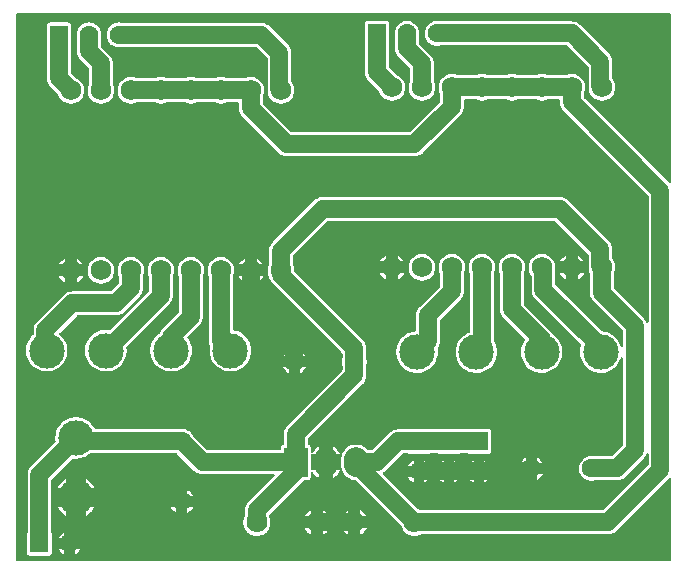
<source format=gtl>
G04 Layer: TopLayer*
G04 EasyEDA v6.4.19.4, 2021-04-26T19:44:21+05:30*
G04 545d4b8ce55c4096bfffc31d6a5384ca,10*
G04 Gerber Generator version 0.2*
G04 Scale: 100 percent, Rotated: No, Reflected: No *
G04 Dimensions in millimeters *
G04 leading zeros omitted , absolute positions ,4 integer and 5 decimal *
%FSLAX45Y45*%
%MOMM*%

%ADD11C,1.5000*%
%ADD12C,1.6000*%
%ADD13R,1.5748X1.5748*%
%ADD14C,1.5748*%
%ADD15C,3.0000*%
%ADD16C,1.7780*%
%ADD18C,1.7500*%
%ADD19C,2.0000*%

%LPD*%
G36*
X132588Y2451354D02*
G01*
X128676Y2452116D01*
X125425Y2454351D01*
X123189Y2457602D01*
X122428Y2461514D01*
X122428Y7080250D01*
X123189Y7084161D01*
X125425Y7087412D01*
X128676Y7089648D01*
X132588Y7090409D01*
X5653786Y7090409D01*
X5657697Y7089648D01*
X5660948Y7087412D01*
X5663184Y7084161D01*
X5663946Y7080250D01*
X5663946Y5666232D01*
X5663133Y5662218D01*
X5660847Y5658916D01*
X5657443Y5656732D01*
X5653430Y5656072D01*
X5649518Y5656986D01*
X5646267Y5659374D01*
X4929632Y6376009D01*
X4927447Y6379311D01*
X4926634Y6383223D01*
X4926634Y6410604D01*
X4927498Y6414719D01*
X4932172Y6425234D01*
X4936286Y6439103D01*
X4938623Y6453428D01*
X4939080Y6467906D01*
X4937658Y6482334D01*
X4934458Y6496507D01*
X4929428Y6510070D01*
X4922723Y6522923D01*
X4914442Y6534861D01*
X4904689Y6545580D01*
X4893665Y6554978D01*
X4881524Y6562852D01*
X4868468Y6569151D01*
X4854702Y6573723D01*
X4840478Y6576517D01*
X4826000Y6577431D01*
X4811522Y6576517D01*
X4797298Y6573723D01*
X4783531Y6569151D01*
X4776876Y6565950D01*
X4772456Y6564934D01*
X4625543Y6564934D01*
X4621123Y6565950D01*
X4614468Y6569151D01*
X4600702Y6573723D01*
X4586478Y6576517D01*
X4572000Y6577431D01*
X4557522Y6576517D01*
X4543298Y6573723D01*
X4529531Y6569151D01*
X4522876Y6565950D01*
X4518456Y6564934D01*
X4371543Y6564934D01*
X4367123Y6565950D01*
X4360468Y6569151D01*
X4346702Y6573723D01*
X4332478Y6576517D01*
X4318000Y6577431D01*
X4303522Y6576517D01*
X4289298Y6573723D01*
X4275531Y6569151D01*
X4268876Y6565950D01*
X4264456Y6564934D01*
X4117543Y6564934D01*
X4113123Y6565950D01*
X4106468Y6569151D01*
X4092701Y6573723D01*
X4078478Y6576517D01*
X4064000Y6577431D01*
X4049522Y6576517D01*
X4035298Y6573723D01*
X4021531Y6569151D01*
X4014876Y6565950D01*
X4010456Y6564934D01*
X3863543Y6564934D01*
X3859123Y6565950D01*
X3852468Y6569151D01*
X3838701Y6573723D01*
X3824478Y6576517D01*
X3810000Y6577431D01*
X3795522Y6576517D01*
X3781298Y6573723D01*
X3767531Y6569151D01*
X3754475Y6562852D01*
X3742334Y6554978D01*
X3731310Y6545580D01*
X3721557Y6534861D01*
X3713276Y6522923D01*
X3706571Y6510070D01*
X3701542Y6496507D01*
X3698341Y6482334D01*
X3696919Y6467906D01*
X3697376Y6453428D01*
X3699713Y6439103D01*
X3703828Y6425234D01*
X3708501Y6414719D01*
X3709365Y6410604D01*
X3709365Y6345123D01*
X3708552Y6341211D01*
X3706368Y6337909D01*
X3453790Y6085332D01*
X3450488Y6083147D01*
X3446576Y6082334D01*
X2458923Y6082334D01*
X2455011Y6083147D01*
X2451709Y6085332D01*
X2211832Y6325209D01*
X2209647Y6328511D01*
X2208834Y6332423D01*
X2208834Y6385204D01*
X2209698Y6389319D01*
X2214372Y6399834D01*
X2218486Y6413703D01*
X2220823Y6428028D01*
X2221280Y6442506D01*
X2219858Y6456934D01*
X2216658Y6471107D01*
X2211628Y6484670D01*
X2204923Y6497523D01*
X2196642Y6509461D01*
X2186889Y6520180D01*
X2175865Y6529578D01*
X2163724Y6537452D01*
X2150668Y6543751D01*
X2136902Y6548323D01*
X2122678Y6551117D01*
X2108200Y6552031D01*
X2093722Y6551117D01*
X2079498Y6548323D01*
X2065731Y6543751D01*
X2059076Y6540550D01*
X2054656Y6539534D01*
X1907743Y6539534D01*
X1903323Y6540550D01*
X1896668Y6543751D01*
X1882902Y6548323D01*
X1868678Y6551117D01*
X1854200Y6552031D01*
X1839722Y6551117D01*
X1825498Y6548323D01*
X1811731Y6543751D01*
X1805076Y6540550D01*
X1800656Y6539534D01*
X1653743Y6539534D01*
X1649323Y6540550D01*
X1642668Y6543751D01*
X1628901Y6548323D01*
X1614678Y6551117D01*
X1600200Y6552031D01*
X1585722Y6551117D01*
X1571498Y6548323D01*
X1557731Y6543751D01*
X1551076Y6540550D01*
X1546656Y6539534D01*
X1399743Y6539534D01*
X1395323Y6540550D01*
X1388668Y6543751D01*
X1374902Y6548323D01*
X1360678Y6551117D01*
X1346200Y6552031D01*
X1331722Y6551117D01*
X1317498Y6548323D01*
X1303731Y6543751D01*
X1297076Y6540550D01*
X1292656Y6539534D01*
X1145743Y6539534D01*
X1141323Y6540550D01*
X1134668Y6543751D01*
X1120902Y6548323D01*
X1106678Y6551117D01*
X1092200Y6552031D01*
X1077722Y6551117D01*
X1063498Y6548323D01*
X1049731Y6543751D01*
X1036675Y6537452D01*
X1024534Y6529578D01*
X1013510Y6520180D01*
X1003757Y6509461D01*
X995476Y6497523D01*
X988771Y6484670D01*
X983742Y6471107D01*
X980541Y6456934D01*
X979119Y6442506D01*
X979576Y6428028D01*
X981913Y6413703D01*
X986028Y6399834D01*
X991920Y6386576D01*
X999388Y6374180D01*
X1008430Y6362852D01*
X1018844Y6352743D01*
X1030478Y6344107D01*
X1043127Y6336995D01*
X1056538Y6331508D01*
X1070559Y6327851D01*
X1084935Y6326022D01*
X1099464Y6326022D01*
X1113840Y6327851D01*
X1127810Y6331508D01*
X1142339Y6337503D01*
X1146200Y6338265D01*
X1292199Y6338265D01*
X1296060Y6337503D01*
X1310589Y6331508D01*
X1324559Y6327851D01*
X1338935Y6326022D01*
X1353464Y6326022D01*
X1367840Y6327851D01*
X1381810Y6331508D01*
X1396339Y6337503D01*
X1400200Y6338265D01*
X1546199Y6338265D01*
X1550060Y6337503D01*
X1564589Y6331508D01*
X1578559Y6327851D01*
X1592935Y6326022D01*
X1607464Y6326022D01*
X1621840Y6327851D01*
X1635810Y6331508D01*
X1650339Y6337503D01*
X1654200Y6338265D01*
X1800199Y6338265D01*
X1804060Y6337503D01*
X1818589Y6331508D01*
X1832559Y6327851D01*
X1846935Y6326022D01*
X1861464Y6326022D01*
X1875840Y6327851D01*
X1889810Y6331508D01*
X1904339Y6337503D01*
X1908200Y6338265D01*
X1997405Y6338265D01*
X2001266Y6337452D01*
X2004568Y6335268D01*
X2006752Y6331966D01*
X2007565Y6328105D01*
X2007565Y6286855D01*
X2008428Y6273342D01*
X2011019Y6260439D01*
X2015236Y6247993D01*
X2021027Y6236208D01*
X2028342Y6225235D01*
X2037283Y6215075D01*
X2341575Y5910783D01*
X2351735Y5901842D01*
X2362708Y5894527D01*
X2374493Y5888736D01*
X2386939Y5884519D01*
X2399842Y5881928D01*
X2413355Y5881065D01*
X3492144Y5881065D01*
X3505657Y5881928D01*
X3518560Y5884519D01*
X3531006Y5888736D01*
X3542792Y5894527D01*
X3553764Y5901842D01*
X3563924Y5910783D01*
X3880916Y6227775D01*
X3889857Y6237935D01*
X3897172Y6248908D01*
X3902964Y6260693D01*
X3907180Y6273139D01*
X3909771Y6286042D01*
X3910634Y6299555D01*
X3910634Y6353505D01*
X3911447Y6357366D01*
X3913632Y6360668D01*
X3916934Y6362852D01*
X3920794Y6363665D01*
X4009999Y6363665D01*
X4013860Y6362903D01*
X4028389Y6356908D01*
X4042359Y6353251D01*
X4056735Y6351422D01*
X4071264Y6351422D01*
X4085640Y6353251D01*
X4099610Y6356908D01*
X4114139Y6362903D01*
X4118000Y6363665D01*
X4263999Y6363665D01*
X4267860Y6362903D01*
X4282389Y6356908D01*
X4296359Y6353251D01*
X4310735Y6351422D01*
X4325264Y6351422D01*
X4339640Y6353251D01*
X4353610Y6356908D01*
X4368139Y6362903D01*
X4372000Y6363665D01*
X4517999Y6363665D01*
X4521860Y6362903D01*
X4536389Y6356908D01*
X4550359Y6353251D01*
X4564735Y6351422D01*
X4579264Y6351422D01*
X4593640Y6353251D01*
X4607610Y6356908D01*
X4622139Y6362903D01*
X4626000Y6363665D01*
X4715205Y6363665D01*
X4719066Y6362852D01*
X4722368Y6360668D01*
X4724552Y6357366D01*
X4725365Y6353505D01*
X4725365Y6337655D01*
X4726228Y6324142D01*
X4728819Y6311239D01*
X4733036Y6298793D01*
X4738827Y6287008D01*
X4746142Y6276035D01*
X4755083Y6265875D01*
X5471668Y5549290D01*
X5473852Y5545988D01*
X5474665Y5542076D01*
X5474665Y4479442D01*
X5473852Y4475480D01*
X5471515Y4472127D01*
X5468112Y4469942D01*
X5464098Y4469282D01*
X5460187Y4470247D01*
X5456885Y4472635D01*
X5454853Y4476140D01*
X5452364Y4483506D01*
X5446572Y4495292D01*
X5439257Y4506264D01*
X5430316Y4516424D01*
X5183632Y4763109D01*
X5181447Y4766411D01*
X5180634Y4770323D01*
X5180634Y4886604D01*
X5181498Y4890719D01*
X5186172Y4901234D01*
X5190286Y4915103D01*
X5192623Y4929428D01*
X5193080Y4943906D01*
X5191658Y4958334D01*
X5188458Y4972507D01*
X5183428Y4986070D01*
X5176723Y4998923D01*
X5169763Y5008930D01*
X5168442Y5011674D01*
X5167934Y5014722D01*
X5167934Y5092344D01*
X5167071Y5105857D01*
X5164480Y5118760D01*
X5160264Y5131206D01*
X5154472Y5142992D01*
X5147157Y5153964D01*
X5138216Y5164124D01*
X4795824Y5506516D01*
X4785664Y5515457D01*
X4774692Y5522772D01*
X4762906Y5528564D01*
X4750460Y5532780D01*
X4737557Y5535371D01*
X4724044Y5536234D01*
X2718155Y5536234D01*
X2704642Y5535371D01*
X2691739Y5532780D01*
X2679293Y5528564D01*
X2667508Y5522772D01*
X2656535Y5515457D01*
X2646375Y5506516D01*
X2291283Y5151424D01*
X2282342Y5141264D01*
X2275027Y5130292D01*
X2269236Y5118506D01*
X2265019Y5106060D01*
X2262428Y5093157D01*
X2261565Y5079644D01*
X2261565Y4968544D01*
X2261260Y4966106D01*
X2258771Y4960670D01*
X2253742Y4947107D01*
X2250541Y4932934D01*
X2249119Y4918506D01*
X2249576Y4904028D01*
X2251913Y4889703D01*
X2256028Y4875834D01*
X2262073Y4862271D01*
X2263343Y4858969D01*
X2265019Y4850739D01*
X2269236Y4838293D01*
X2275027Y4826508D01*
X2282342Y4815535D01*
X2291283Y4805375D01*
X2880868Y4215790D01*
X2883052Y4212488D01*
X2883865Y4208576D01*
X2883865Y4173270D01*
X2883306Y4170019D01*
X2882442Y4167530D01*
X2879750Y4153966D01*
X2878886Y4140200D01*
X2879750Y4126433D01*
X2882442Y4112869D01*
X2883306Y4110380D01*
X2883865Y4107129D01*
X2883865Y4071823D01*
X2883052Y4067911D01*
X2880868Y4064609D01*
X2418283Y3602024D01*
X2409342Y3591864D01*
X2402027Y3580892D01*
X2396236Y3569106D01*
X2392019Y3556660D01*
X2389428Y3543757D01*
X2388565Y3530244D01*
X2388565Y3448202D01*
X2387701Y3444138D01*
X2385314Y3440785D01*
X2381758Y3438651D01*
X2378100Y3437331D01*
X2373223Y3434283D01*
X2369210Y3430270D01*
X2366162Y3425393D01*
X2364232Y3420008D01*
X2363571Y3413709D01*
X2363571Y3400094D01*
X2362758Y3396234D01*
X2360574Y3392932D01*
X2357272Y3390747D01*
X2353411Y3389934D01*
X1747723Y3389934D01*
X1743811Y3390747D01*
X1740509Y3392932D01*
X1618538Y3514902D01*
X1616659Y3517595D01*
X1615490Y3519932D01*
X1607820Y3531412D01*
X1598676Y3541776D01*
X1588312Y3550920D01*
X1576832Y3558590D01*
X1564436Y3564686D01*
X1551330Y3569157D01*
X1537766Y3571849D01*
X1524000Y3572713D01*
X1510233Y3571849D01*
X1496669Y3569157D01*
X1494180Y3568293D01*
X1490929Y3567734D01*
X794258Y3567734D01*
X790651Y3568395D01*
X787552Y3570274D01*
X785266Y3573119D01*
X778560Y3585718D01*
X768502Y3600704D01*
X756920Y3614572D01*
X743966Y3627221D01*
X729792Y3638448D01*
X714502Y3648151D01*
X698347Y3656228D01*
X681431Y3662629D01*
X663905Y3667201D01*
X646074Y3669995D01*
X627989Y3670909D01*
X609955Y3669995D01*
X592074Y3667201D01*
X574598Y3662629D01*
X557682Y3656228D01*
X541477Y3648151D01*
X526237Y3638448D01*
X512064Y3627221D01*
X499109Y3614572D01*
X487527Y3600704D01*
X477418Y3585718D01*
X468934Y3569766D01*
X462127Y3553002D01*
X457047Y3535629D01*
X453796Y3517849D01*
X452424Y3499815D01*
X452882Y3481730D01*
X454456Y3469690D01*
X454355Y3466592D01*
X453390Y3463696D01*
X451561Y3461207D01*
X246583Y3256229D01*
X237642Y3246069D01*
X230327Y3235096D01*
X224536Y3223310D01*
X220319Y3210864D01*
X217728Y3197961D01*
X216865Y3184448D01*
X216865Y2698089D01*
X216255Y2694635D01*
X213817Y2687878D01*
X213106Y2681681D01*
X213106Y2525318D01*
X213817Y2519070D01*
X215696Y2513634D01*
X218744Y2508808D01*
X222808Y2504744D01*
X227634Y2501696D01*
X233070Y2499817D01*
X239318Y2499106D01*
X395681Y2499106D01*
X401929Y2499817D01*
X407365Y2501696D01*
X412191Y2504744D01*
X416255Y2508808D01*
X419303Y2513634D01*
X421182Y2519070D01*
X421893Y2525318D01*
X421893Y2681681D01*
X421182Y2687878D01*
X418744Y2694635D01*
X418134Y2698089D01*
X418134Y3138881D01*
X418947Y3142792D01*
X421132Y3146094D01*
X593750Y3318713D01*
X597560Y3321100D01*
X601980Y3321659D01*
X618947Y3319881D01*
X637032Y3319881D01*
X655015Y3321761D01*
X672744Y3325418D01*
X689965Y3330956D01*
X706526Y3338169D01*
X722274Y3347110D01*
X737006Y3357575D01*
X744220Y3363925D01*
X747369Y3365804D01*
X750925Y3366465D01*
X1478076Y3366465D01*
X1481988Y3365652D01*
X1485290Y3363468D01*
X1630375Y3218383D01*
X1640535Y3209442D01*
X1651507Y3202127D01*
X1663293Y3196336D01*
X1675739Y3192119D01*
X1688642Y3189528D01*
X1702155Y3188665D01*
X2297887Y3188665D01*
X2301748Y3187852D01*
X2305050Y3185668D01*
X2307234Y3182366D01*
X2308047Y3178505D01*
X2307234Y3174593D01*
X2305050Y3171291D01*
X2088083Y2954324D01*
X2079142Y2944164D01*
X2071827Y2933192D01*
X2066036Y2921406D01*
X2061819Y2908960D01*
X2059228Y2896057D01*
X2058365Y2882544D01*
X2058365Y2838145D01*
X2057400Y2833827D01*
X2052523Y2823464D01*
X2048052Y2809798D01*
X2045360Y2795676D01*
X2044446Y2781300D01*
X2045360Y2766923D01*
X2048052Y2752801D01*
X2052523Y2739136D01*
X2058619Y2726131D01*
X2066340Y2713990D01*
X2075484Y2702915D01*
X2086000Y2693060D01*
X2097633Y2684576D01*
X2110232Y2677668D01*
X2123592Y2672384D01*
X2137562Y2668778D01*
X2151786Y2667000D01*
X2166213Y2667000D01*
X2180437Y2668778D01*
X2194407Y2672384D01*
X2207768Y2677668D01*
X2220366Y2684576D01*
X2231999Y2693060D01*
X2242515Y2702915D01*
X2251659Y2713990D01*
X2259380Y2726131D01*
X2265476Y2739136D01*
X2269947Y2752801D01*
X2272639Y2766923D01*
X2273554Y2781300D01*
X2272639Y2795676D01*
X2269947Y2809798D01*
X2265476Y2823464D01*
X2261006Y2833014D01*
X2260041Y2837027D01*
X2260752Y2841091D01*
X2262987Y2844546D01*
X2554122Y3135680D01*
X2557424Y3137865D01*
X2561285Y3138627D01*
X2588615Y3138627D01*
X2594914Y3139338D01*
X2600299Y3141268D01*
X2605176Y3144316D01*
X2609189Y3148330D01*
X2612237Y3153206D01*
X2614168Y3158591D01*
X2614879Y3164890D01*
X2614879Y3197758D01*
X2615793Y3202025D01*
X2618435Y3205480D01*
X2622296Y3207562D01*
X2626664Y3207766D01*
X2630678Y3206191D01*
X2633726Y3202990D01*
X2639822Y3192932D01*
X2649169Y3180994D01*
X2659888Y3170275D01*
X2671826Y3160928D01*
X2684830Y3153054D01*
X2686862Y3152140D01*
X2686862Y3220466D01*
X2624988Y3220466D01*
X2621127Y3221228D01*
X2617825Y3223412D01*
X2615641Y3226714D01*
X2614879Y3230626D01*
X2614879Y3347974D01*
X2615641Y3351885D01*
X2617825Y3355187D01*
X2621127Y3357372D01*
X2624988Y3358134D01*
X2686862Y3358134D01*
X2686862Y3426460D01*
X2684830Y3425545D01*
X2671826Y3417671D01*
X2659888Y3408324D01*
X2649169Y3397605D01*
X2639822Y3385667D01*
X2633726Y3375609D01*
X2630678Y3372408D01*
X2626664Y3370834D01*
X2622296Y3371037D01*
X2618435Y3373120D01*
X2615793Y3376574D01*
X2614879Y3380841D01*
X2614879Y3413709D01*
X2614168Y3420008D01*
X2612237Y3425393D01*
X2609189Y3430270D01*
X2605176Y3434283D01*
X2600299Y3437331D01*
X2596642Y3438651D01*
X2593086Y3440785D01*
X2590698Y3444138D01*
X2589834Y3448202D01*
X2589834Y3484676D01*
X2590647Y3488588D01*
X2592832Y3491890D01*
X3055416Y3954475D01*
X3064357Y3964635D01*
X3071672Y3975608D01*
X3077464Y3987393D01*
X3081680Y3999839D01*
X3084271Y4012742D01*
X3085134Y4026255D01*
X3085134Y4107129D01*
X3085693Y4110380D01*
X3086557Y4112869D01*
X3089249Y4126433D01*
X3090113Y4140200D01*
X3089249Y4153966D01*
X3086557Y4167530D01*
X3085693Y4170019D01*
X3085134Y4173270D01*
X3085134Y4254144D01*
X3084271Y4267657D01*
X3081680Y4280560D01*
X3077464Y4293006D01*
X3071672Y4304792D01*
X3064357Y4315764D01*
X3055416Y4325924D01*
X2478024Y4903368D01*
X2475738Y4906772D01*
X2475026Y4910836D01*
X2475280Y4918506D01*
X2473858Y4932934D01*
X2470658Y4947107D01*
X2465628Y4960670D01*
X2463139Y4966106D01*
X2462834Y4968544D01*
X2462834Y5034076D01*
X2463647Y5037988D01*
X2465832Y5041290D01*
X2756509Y5331968D01*
X2759811Y5334152D01*
X2763723Y5334965D01*
X4678476Y5334965D01*
X4682388Y5334152D01*
X4685690Y5331968D01*
X4963668Y5053990D01*
X4965852Y5050688D01*
X4966665Y5046776D01*
X4966665Y4953355D01*
X4967071Y4945176D01*
X4966919Y4943906D01*
X4967376Y4929428D01*
X4969713Y4915103D01*
X4973828Y4901234D01*
X4978501Y4890719D01*
X4979365Y4886604D01*
X4979365Y4724755D01*
X4980228Y4711242D01*
X4982819Y4698339D01*
X4987036Y4685893D01*
X4992827Y4674108D01*
X5000142Y4663135D01*
X5009083Y4652975D01*
X5255768Y4406290D01*
X5257952Y4402988D01*
X5258765Y4399076D01*
X5258765Y4274769D01*
X5257901Y4270806D01*
X5255615Y4267454D01*
X5252110Y4265269D01*
X5248097Y4264660D01*
X5244134Y4265625D01*
X5240883Y4268114D01*
X5238902Y4271721D01*
X5234940Y4284065D01*
X5227726Y4300626D01*
X5218836Y4316374D01*
X5208320Y4331106D01*
X5196382Y4344670D01*
X5183124Y4356963D01*
X5168646Y4367834D01*
X5153152Y4377131D01*
X5136794Y4384802D01*
X5119725Y4390745D01*
X5102098Y4394911D01*
X5083556Y4397248D01*
X5079796Y4398060D01*
X5076647Y4400194D01*
X4688332Y4788509D01*
X4686147Y4791811D01*
X4685334Y4795723D01*
X4685334Y4927244D01*
X4684826Y4936083D01*
X4685080Y4943906D01*
X4683658Y4958334D01*
X4680458Y4972507D01*
X4675428Y4986070D01*
X4668723Y4998923D01*
X4660442Y5010861D01*
X4650689Y5021580D01*
X4639665Y5030978D01*
X4627524Y5038852D01*
X4614468Y5045151D01*
X4600702Y5049723D01*
X4586478Y5052517D01*
X4572000Y5053431D01*
X4557522Y5052517D01*
X4543298Y5049723D01*
X4529531Y5045151D01*
X4516475Y5038852D01*
X4504334Y5030978D01*
X4493310Y5021580D01*
X4483557Y5010861D01*
X4475276Y4998923D01*
X4468571Y4986070D01*
X4463542Y4972507D01*
X4460341Y4958334D01*
X4458919Y4943906D01*
X4459376Y4929428D01*
X4461713Y4915103D01*
X4465828Y4901234D01*
X4471720Y4887976D01*
X4479188Y4875580D01*
X4481830Y4872278D01*
X4483455Y4869332D01*
X4484065Y4865979D01*
X4484065Y4750155D01*
X4484928Y4736642D01*
X4487519Y4723739D01*
X4491736Y4711293D01*
X4497527Y4699508D01*
X4504842Y4688535D01*
X4513783Y4678375D01*
X4902301Y4289856D01*
X4904486Y4286656D01*
X4905298Y4282897D01*
X4904638Y4279087D01*
X4903266Y4275531D01*
X4898694Y4258005D01*
X4895900Y4240174D01*
X4894986Y4222089D01*
X4895900Y4204055D01*
X4898694Y4186174D01*
X4903266Y4168698D01*
X4909667Y4151782D01*
X4917744Y4135577D01*
X4927447Y4120337D01*
X4938674Y4106164D01*
X4951323Y4093210D01*
X4965192Y4081627D01*
X4980178Y4071518D01*
X4996180Y4063034D01*
X5012893Y4056227D01*
X5030266Y4051147D01*
X5048046Y4047896D01*
X5066080Y4046524D01*
X5084165Y4046982D01*
X5102098Y4049318D01*
X5119725Y4053433D01*
X5136794Y4059377D01*
X5153152Y4067048D01*
X5168646Y4076395D01*
X5183124Y4087215D01*
X5196382Y4099509D01*
X5208320Y4113072D01*
X5218836Y4127855D01*
X5227726Y4143552D01*
X5234940Y4160164D01*
X5238902Y4172508D01*
X5240883Y4176064D01*
X5244134Y4178554D01*
X5248097Y4179570D01*
X5252110Y4178909D01*
X5255615Y4176776D01*
X5257901Y4173423D01*
X5258765Y4169410D01*
X5258765Y3436823D01*
X5257952Y3432911D01*
X5255768Y3429609D01*
X5168290Y3342132D01*
X5164988Y3339947D01*
X5161076Y3339134D01*
X5024170Y3339134D01*
X5020919Y3339693D01*
X5018430Y3340557D01*
X5004866Y3343249D01*
X4991100Y3344113D01*
X4977333Y3343249D01*
X4963769Y3340557D01*
X4950663Y3336086D01*
X4938268Y3329990D01*
X4926787Y3322320D01*
X4916424Y3313176D01*
X4907280Y3302812D01*
X4899609Y3291332D01*
X4893513Y3278936D01*
X4889042Y3265830D01*
X4886350Y3252266D01*
X4885486Y3238500D01*
X4886350Y3224733D01*
X4889042Y3211169D01*
X4893513Y3198063D01*
X4899609Y3185668D01*
X4907280Y3174187D01*
X4916424Y3163824D01*
X4926787Y3154680D01*
X4938268Y3147009D01*
X4950663Y3140913D01*
X4963769Y3136442D01*
X4977333Y3133750D01*
X4991100Y3132886D01*
X5004866Y3133750D01*
X5018430Y3136442D01*
X5020919Y3137306D01*
X5024170Y3137865D01*
X5206644Y3137865D01*
X5220157Y3138728D01*
X5233060Y3141319D01*
X5245506Y3145536D01*
X5257292Y3151327D01*
X5268264Y3158642D01*
X5278424Y3167583D01*
X5430316Y3319475D01*
X5439257Y3329635D01*
X5446572Y3340608D01*
X5452364Y3352393D01*
X5454853Y3359759D01*
X5456885Y3363214D01*
X5460187Y3365652D01*
X5464098Y3366617D01*
X5468112Y3365957D01*
X5471515Y3363772D01*
X5473852Y3360420D01*
X5474665Y3356457D01*
X5474665Y3271723D01*
X5473852Y3267811D01*
X5471668Y3264509D01*
X5092090Y2884932D01*
X5088788Y2882747D01*
X5084876Y2881934D01*
X3549294Y2881934D01*
X3546754Y2882290D01*
X3541268Y2884932D01*
X3526739Y2890570D01*
X3523284Y2892856D01*
X3227273Y3188868D01*
X3224885Y3192627D01*
X3224377Y3197047D01*
X3225749Y3201263D01*
X3228848Y3204514D01*
X3236264Y3209442D01*
X3246424Y3218383D01*
X3391509Y3363468D01*
X3394811Y3365652D01*
X3398723Y3366465D01*
X3436010Y3366465D01*
X3439464Y3365855D01*
X3446221Y3363417D01*
X3452418Y3362706D01*
X3608781Y3362706D01*
X3614978Y3363417D01*
X3621735Y3365855D01*
X3625189Y3366465D01*
X3690010Y3366465D01*
X3693464Y3365855D01*
X3700221Y3363417D01*
X3706418Y3362706D01*
X3862781Y3362706D01*
X3868978Y3363417D01*
X3875735Y3365855D01*
X3879189Y3366465D01*
X3944010Y3366465D01*
X3947464Y3365855D01*
X3954221Y3363417D01*
X3960418Y3362706D01*
X4116781Y3362706D01*
X4123029Y3363417D01*
X4128465Y3365296D01*
X4133291Y3368344D01*
X4137355Y3372408D01*
X4140403Y3377234D01*
X4142282Y3382670D01*
X4142994Y3388918D01*
X4142994Y3545281D01*
X4142282Y3551529D01*
X4140403Y3556965D01*
X4137355Y3561791D01*
X4133291Y3565855D01*
X4128465Y3568903D01*
X4123029Y3570782D01*
X4116781Y3571494D01*
X3960418Y3571494D01*
X3954221Y3570782D01*
X3947464Y3568344D01*
X3944010Y3567734D01*
X3879189Y3567734D01*
X3875735Y3568344D01*
X3868978Y3570782D01*
X3862781Y3571494D01*
X3706418Y3571494D01*
X3700221Y3570782D01*
X3693464Y3568344D01*
X3690010Y3567734D01*
X3625189Y3567734D01*
X3621735Y3568344D01*
X3614978Y3570782D01*
X3608781Y3571494D01*
X3452418Y3571494D01*
X3446221Y3570782D01*
X3439464Y3568344D01*
X3436010Y3567734D01*
X3353155Y3567734D01*
X3339642Y3566871D01*
X3326739Y3564280D01*
X3314293Y3560064D01*
X3302508Y3554272D01*
X3291535Y3546957D01*
X3281375Y3538016D01*
X3136290Y3392932D01*
X3132988Y3390747D01*
X3129076Y3389934D01*
X3102203Y3389934D01*
X3099155Y3390392D01*
X3096412Y3391763D01*
X3094177Y3393846D01*
X3091230Y3397605D01*
X3080512Y3408324D01*
X3068574Y3417671D01*
X3055569Y3425545D01*
X3041751Y3431794D01*
X3027273Y3436264D01*
X3012338Y3439007D01*
X2997200Y3439922D01*
X2982061Y3439007D01*
X2967126Y3436264D01*
X2952648Y3431794D01*
X2938830Y3425545D01*
X2925826Y3417671D01*
X2913888Y3408324D01*
X2903169Y3397605D01*
X2893822Y3385667D01*
X2885948Y3372662D01*
X2879445Y3358286D01*
X2877210Y3355136D01*
X2874264Y3353206D01*
X2874873Y3352393D01*
X2875838Y3348736D01*
X2875229Y3344367D01*
X2872486Y3329432D01*
X2871571Y3313988D01*
X2871571Y3264611D01*
X2872486Y3249168D01*
X2875381Y3233623D01*
X2875838Y3229864D01*
X2874873Y3226206D01*
X2874264Y3225393D01*
X2877261Y3223463D01*
X2879496Y3220313D01*
X2885948Y3205937D01*
X2893822Y3192932D01*
X2903169Y3180994D01*
X2913888Y3170275D01*
X2925826Y3160928D01*
X2938830Y3153054D01*
X2952648Y3146806D01*
X2967126Y3142335D01*
X2982061Y3139592D01*
X2988665Y3139186D01*
X2992221Y3138322D01*
X2995218Y3136239D01*
X3381248Y2750210D01*
X3382721Y2748330D01*
X3383737Y2746146D01*
X3386023Y2739136D01*
X3392119Y2726131D01*
X3399840Y2713990D01*
X3408984Y2702915D01*
X3419500Y2693060D01*
X3431133Y2684576D01*
X3443732Y2677668D01*
X3457092Y2672384D01*
X3471062Y2668778D01*
X3485286Y2667000D01*
X3499713Y2667000D01*
X3513937Y2668778D01*
X3527907Y2672384D01*
X3541268Y2677668D01*
X3546754Y2680309D01*
X3549294Y2680665D01*
X5130444Y2680665D01*
X5143957Y2681528D01*
X5156860Y2684119D01*
X5169306Y2688336D01*
X5181092Y2694127D01*
X5192064Y2701442D01*
X5202224Y2710383D01*
X5646267Y3154426D01*
X5649518Y3156813D01*
X5653430Y3157728D01*
X5657443Y3157067D01*
X5660847Y3154883D01*
X5663133Y3151581D01*
X5663946Y3147568D01*
X5663946Y2461514D01*
X5663184Y2457602D01*
X5660948Y2454351D01*
X5657697Y2452116D01*
X5653786Y2451354D01*
G37*

%LPC*%
G36*
X2430170Y4045508D02*
G01*
X2430170Y4093870D01*
X2381808Y4093870D01*
X2385009Y4087368D01*
X2392680Y4075887D01*
X2401824Y4065524D01*
X2412187Y4056379D01*
X2423668Y4048709D01*
G37*
G36*
X617220Y2509926D02*
G01*
X623671Y2513126D01*
X635050Y2520696D01*
X645312Y2529687D01*
X654304Y2539949D01*
X661873Y2551328D01*
X665073Y2557780D01*
X617220Y2557780D01*
G37*
G36*
X525780Y2509926D02*
G01*
X525780Y2557780D01*
X477926Y2557780D01*
X481126Y2551328D01*
X488696Y2539949D01*
X497687Y2529687D01*
X507949Y2520696D01*
X519328Y2513126D01*
G37*
G36*
X477926Y2649220D02*
G01*
X525780Y2649220D01*
X525780Y2697073D01*
X519328Y2693873D01*
X507949Y2686304D01*
X497687Y2677312D01*
X488696Y2667050D01*
X481126Y2655671D01*
G37*
G36*
X617220Y2649220D02*
G01*
X665073Y2649220D01*
X661873Y2655671D01*
X654304Y2667050D01*
X645312Y2677312D01*
X635050Y2686304D01*
X623671Y2693873D01*
X617220Y2697073D01*
G37*
G36*
X5072735Y6351422D02*
G01*
X5087264Y6351422D01*
X5101640Y6353251D01*
X5115661Y6356908D01*
X5129072Y6362395D01*
X5141722Y6369507D01*
X5153355Y6378143D01*
X5163769Y6388252D01*
X5172811Y6399580D01*
X5180279Y6411976D01*
X5186172Y6425234D01*
X5190286Y6439103D01*
X5192623Y6453428D01*
X5193080Y6467906D01*
X5191658Y6482334D01*
X5188458Y6496507D01*
X5183428Y6510070D01*
X5176723Y6522923D01*
X5169763Y6532930D01*
X5168442Y6535674D01*
X5167934Y6538722D01*
X5167934Y6679844D01*
X5167071Y6693357D01*
X5164480Y6706260D01*
X5160264Y6718706D01*
X5154472Y6730492D01*
X5147157Y6741464D01*
X5138216Y6751624D01*
X4897424Y6992416D01*
X4887264Y7001357D01*
X4876292Y7008672D01*
X4864506Y7014464D01*
X4852060Y7018680D01*
X4839157Y7021271D01*
X4825644Y7022134D01*
X3711803Y7022134D01*
X3709822Y7022338D01*
X3696614Y7024979D01*
X3683000Y7025894D01*
X3669385Y7024979D01*
X3655974Y7022338D01*
X3643071Y7017918D01*
X3630828Y7011873D01*
X3619449Y7004303D01*
X3609187Y6995312D01*
X3600196Y6985050D01*
X3592626Y6973671D01*
X3586581Y6961428D01*
X3582162Y6948525D01*
X3579520Y6935114D01*
X3578606Y6921500D01*
X3579520Y6907885D01*
X3582162Y6894474D01*
X3586581Y6881571D01*
X3592626Y6869328D01*
X3600196Y6857949D01*
X3609187Y6847687D01*
X3619449Y6838696D01*
X3630828Y6831126D01*
X3643071Y6825081D01*
X3655974Y6820662D01*
X3669385Y6818020D01*
X3683000Y6817106D01*
X3696614Y6818020D01*
X3709822Y6820662D01*
X3711803Y6820865D01*
X4780076Y6820865D01*
X4783988Y6820052D01*
X4787290Y6817868D01*
X4963668Y6641490D01*
X4965852Y6638188D01*
X4966665Y6634276D01*
X4966665Y6477355D01*
X4967071Y6469176D01*
X4966919Y6467906D01*
X4967376Y6453428D01*
X4969713Y6439103D01*
X4973828Y6425234D01*
X4979720Y6411976D01*
X4987188Y6399580D01*
X4996230Y6388252D01*
X5006644Y6378143D01*
X5018278Y6369507D01*
X5030927Y6362395D01*
X5044338Y6356908D01*
X5058359Y6353251D01*
G37*
G36*
X3294735Y6351422D02*
G01*
X3309264Y6351422D01*
X3323640Y6353251D01*
X3337661Y6356908D01*
X3351072Y6362395D01*
X3363722Y6369507D01*
X3375355Y6378143D01*
X3385769Y6388252D01*
X3394811Y6399580D01*
X3402279Y6411976D01*
X3408172Y6425234D01*
X3412286Y6439103D01*
X3414623Y6453428D01*
X3415080Y6467906D01*
X3413658Y6482334D01*
X3410458Y6496507D01*
X3405428Y6510070D01*
X3398723Y6522923D01*
X3390442Y6534861D01*
X3380689Y6545580D01*
X3369665Y6554978D01*
X3357524Y6562852D01*
X3344468Y6569151D01*
X3339287Y6570878D01*
X3335324Y6573316D01*
X3278632Y6630009D01*
X3276447Y6633311D01*
X3275634Y6637223D01*
X3275634Y6826910D01*
X3276244Y6830364D01*
X3278682Y6837121D01*
X3279394Y6843318D01*
X3279394Y6999681D01*
X3278682Y7005929D01*
X3276803Y7011365D01*
X3273755Y7016191D01*
X3269691Y7020255D01*
X3264865Y7023303D01*
X3259429Y7025182D01*
X3253181Y7025894D01*
X3096818Y7025894D01*
X3090570Y7025182D01*
X3085134Y7023303D01*
X3080308Y7020255D01*
X3076244Y7016191D01*
X3073196Y7011365D01*
X3071317Y7005929D01*
X3070606Y6999681D01*
X3070606Y6843318D01*
X3071317Y6837121D01*
X3073755Y6830364D01*
X3074365Y6826910D01*
X3074365Y6591655D01*
X3075228Y6578142D01*
X3077819Y6565239D01*
X3082036Y6552793D01*
X3087827Y6541007D01*
X3095142Y6530035D01*
X3104083Y6519875D01*
X3192780Y6431178D01*
X3194304Y6429197D01*
X3195828Y6425234D01*
X3201720Y6411976D01*
X3209188Y6399580D01*
X3218230Y6388252D01*
X3228644Y6378143D01*
X3240278Y6369507D01*
X3252927Y6362395D01*
X3266338Y6356908D01*
X3280359Y6353251D01*
G37*
G36*
X2717800Y2678785D02*
G01*
X2728366Y2684576D01*
X2739999Y2693060D01*
X2750515Y2702915D01*
X2759659Y2713990D01*
X2767380Y2726131D01*
X2769412Y2730500D01*
X2717800Y2730500D01*
G37*
G36*
X2933700Y2678785D02*
G01*
X2933700Y2730500D01*
X2882087Y2730500D01*
X2884119Y2726131D01*
X2891840Y2713990D01*
X2900984Y2702915D01*
X2911500Y2693060D01*
X2923133Y2684576D01*
G37*
G36*
X2616200Y2678785D02*
G01*
X2616200Y2730500D01*
X2564587Y2730500D01*
X2566619Y2726131D01*
X2574340Y2713990D01*
X2583484Y2702915D01*
X2594000Y2693060D01*
X2605633Y2684576D01*
G37*
G36*
X3035300Y2678785D02*
G01*
X3045866Y2684576D01*
X3057499Y2693060D01*
X3068015Y2702915D01*
X3077159Y2713990D01*
X3084880Y2726131D01*
X3086912Y2730500D01*
X3035300Y2730500D01*
G37*
G36*
X2882087Y2832100D02*
G01*
X2933700Y2832100D01*
X2933700Y2883814D01*
X2923133Y2878023D01*
X2911500Y2869539D01*
X2900984Y2859684D01*
X2891840Y2848610D01*
X2884119Y2836468D01*
G37*
G36*
X2564587Y2832100D02*
G01*
X2616200Y2832100D01*
X2616200Y2883814D01*
X2605633Y2878023D01*
X2594000Y2869539D01*
X2583484Y2859684D01*
X2574340Y2848610D01*
X2566619Y2836468D01*
G37*
G36*
X3035300Y2832100D02*
G01*
X3086912Y2832100D01*
X3084880Y2836468D01*
X3077159Y2848610D01*
X3068015Y2859684D01*
X3057499Y2869539D01*
X3045866Y2878023D01*
X3035300Y2883814D01*
G37*
G36*
X2717800Y2832100D02*
G01*
X2769412Y2832100D01*
X2767380Y2836468D01*
X2759659Y2848610D01*
X2750515Y2859684D01*
X2739999Y2869539D01*
X2728366Y2878023D01*
X2717800Y2883814D01*
G37*
G36*
X709371Y2838399D02*
G01*
X722274Y2845663D01*
X737006Y2856179D01*
X750570Y2868117D01*
X762863Y2881376D01*
X773734Y2895854D01*
X783590Y2912516D01*
X709371Y2912516D01*
G37*
G36*
X546658Y2838399D02*
G01*
X546658Y2912516D01*
X472389Y2912516D01*
X482295Y2895854D01*
X493115Y2881376D01*
X505409Y2868117D01*
X518972Y2856179D01*
X533755Y2845663D01*
G37*
G36*
X1477670Y2864408D02*
G01*
X1477670Y2912770D01*
X1429308Y2912770D01*
X1432509Y2906268D01*
X1440180Y2894787D01*
X1449324Y2884424D01*
X1459687Y2875280D01*
X1471168Y2867609D01*
G37*
G36*
X1570329Y2864408D02*
G01*
X1576832Y2867609D01*
X1588312Y2875280D01*
X1598676Y2884424D01*
X1607820Y2894787D01*
X1615490Y2906268D01*
X1618691Y2912770D01*
X1570329Y2912770D01*
G37*
G36*
X3548735Y6351422D02*
G01*
X3563264Y6351422D01*
X3577640Y6353251D01*
X3591661Y6356908D01*
X3605072Y6362395D01*
X3617722Y6369507D01*
X3629355Y6378143D01*
X3639769Y6388252D01*
X3648811Y6399580D01*
X3656279Y6411976D01*
X3662172Y6425234D01*
X3666286Y6439103D01*
X3668623Y6453428D01*
X3669080Y6467906D01*
X3667658Y6482334D01*
X3664458Y6496507D01*
X3659428Y6510070D01*
X3656939Y6515506D01*
X3656634Y6517944D01*
X3656634Y6667144D01*
X3655771Y6680657D01*
X3653180Y6693560D01*
X3648964Y6706006D01*
X3643172Y6717792D01*
X3635857Y6728764D01*
X3626916Y6738924D01*
X3532632Y6833209D01*
X3530447Y6836511D01*
X3529634Y6840423D01*
X3529634Y6892696D01*
X3529837Y6894677D01*
X3532479Y6907885D01*
X3533394Y6921500D01*
X3532479Y6935114D01*
X3529837Y6948525D01*
X3525418Y6961428D01*
X3519373Y6973671D01*
X3511804Y6985050D01*
X3502812Y6995312D01*
X3492550Y7004303D01*
X3481171Y7011873D01*
X3468928Y7017918D01*
X3456025Y7022338D01*
X3442614Y7024979D01*
X3429000Y7025894D01*
X3415385Y7024979D01*
X3401974Y7022338D01*
X3389071Y7017918D01*
X3376828Y7011873D01*
X3365449Y7004303D01*
X3355187Y6995312D01*
X3346196Y6985050D01*
X3338626Y6973671D01*
X3332581Y6961428D01*
X3328162Y6948525D01*
X3325520Y6935114D01*
X3324606Y6921500D01*
X3325520Y6907885D01*
X3328162Y6894677D01*
X3328365Y6892696D01*
X3328365Y6794855D01*
X3329228Y6781342D01*
X3331819Y6768439D01*
X3336036Y6755993D01*
X3341827Y6744208D01*
X3349142Y6733235D01*
X3358083Y6723075D01*
X3452368Y6628790D01*
X3454552Y6625488D01*
X3455365Y6621576D01*
X3455365Y6517944D01*
X3455060Y6515506D01*
X3452571Y6510070D01*
X3447542Y6496507D01*
X3444341Y6482334D01*
X3442919Y6467906D01*
X3443376Y6453428D01*
X3445713Y6439103D01*
X3449828Y6425234D01*
X3455720Y6411976D01*
X3463188Y6399580D01*
X3472230Y6388252D01*
X3482644Y6378143D01*
X3494278Y6369507D01*
X3506927Y6362395D01*
X3520338Y6356908D01*
X3534359Y6353251D01*
G37*
G36*
X1429308Y3005429D02*
G01*
X1477670Y3005429D01*
X1477670Y3053791D01*
X1471168Y3050590D01*
X1459687Y3042920D01*
X1449324Y3033776D01*
X1440180Y3023412D01*
X1432509Y3011932D01*
G37*
G36*
X1570329Y3005429D02*
G01*
X1618691Y3005429D01*
X1615490Y3011932D01*
X1607820Y3023412D01*
X1598676Y3033776D01*
X1588312Y3042920D01*
X1576832Y3050590D01*
X1570329Y3053791D01*
G37*
G36*
X472592Y3075228D02*
G01*
X546658Y3075228D01*
X546658Y3149346D01*
X541477Y3146755D01*
X526237Y3137052D01*
X512064Y3125825D01*
X499109Y3113176D01*
X487527Y3099308D01*
X477418Y3084322D01*
G37*
G36*
X709371Y3075228D02*
G01*
X783386Y3075228D01*
X778560Y3084322D01*
X768502Y3099308D01*
X756920Y3113176D01*
X743966Y3125825D01*
X729792Y3137052D01*
X714502Y3146755D01*
X709371Y3149346D01*
G37*
G36*
X3738879Y3119526D02*
G01*
X3738879Y3167380D01*
X3691026Y3167380D01*
X3694226Y3160928D01*
X3701796Y3149549D01*
X3710787Y3139287D01*
X3721049Y3130296D01*
X3732428Y3122726D01*
G37*
G36*
X3830320Y3119526D02*
G01*
X3836771Y3122726D01*
X3848150Y3130296D01*
X3858412Y3139287D01*
X3867404Y3149549D01*
X3874973Y3160928D01*
X3878173Y3167380D01*
X3830320Y3167380D01*
G37*
G36*
X3484879Y3119526D02*
G01*
X3484879Y3167380D01*
X3437026Y3167380D01*
X3440226Y3160928D01*
X3447796Y3149549D01*
X3456787Y3139287D01*
X3467049Y3130296D01*
X3478428Y3122726D01*
G37*
G36*
X3576320Y3119526D02*
G01*
X3582771Y3122726D01*
X3594150Y3130296D01*
X3604412Y3139287D01*
X3613404Y3149549D01*
X3620973Y3160928D01*
X3624173Y3167380D01*
X3576320Y3167380D01*
G37*
G36*
X3992879Y3119526D02*
G01*
X3992879Y3167380D01*
X3945026Y3167380D01*
X3948226Y3160928D01*
X3955796Y3149549D01*
X3964787Y3139287D01*
X3975049Y3130296D01*
X3986428Y3122726D01*
G37*
G36*
X4084320Y3119526D02*
G01*
X4090771Y3122726D01*
X4102150Y3130296D01*
X4112412Y3139287D01*
X4121404Y3149549D01*
X4128973Y3160928D01*
X4132173Y3167380D01*
X4084320Y3167380D01*
G37*
G36*
X2354935Y6326022D02*
G01*
X2369464Y6326022D01*
X2383840Y6327851D01*
X2397861Y6331508D01*
X2411272Y6336995D01*
X2423922Y6344107D01*
X2435555Y6352743D01*
X2445969Y6362852D01*
X2455011Y6374180D01*
X2462479Y6386576D01*
X2468372Y6399834D01*
X2472486Y6413703D01*
X2474823Y6428028D01*
X2475280Y6442506D01*
X2473858Y6456934D01*
X2470658Y6471107D01*
X2465628Y6484670D01*
X2458923Y6497523D01*
X2451963Y6507530D01*
X2450642Y6510274D01*
X2450134Y6513322D01*
X2450134Y6756044D01*
X2449271Y6769557D01*
X2446680Y6782460D01*
X2442464Y6794906D01*
X2436672Y6806692D01*
X2429357Y6817664D01*
X2420416Y6827824D01*
X2268524Y6979716D01*
X2258364Y6988657D01*
X2247392Y6995972D01*
X2235606Y7001764D01*
X2223160Y7005980D01*
X2210257Y7008571D01*
X2196744Y7009434D01*
X1019403Y7009434D01*
X1017422Y7009638D01*
X1004214Y7012279D01*
X990600Y7013194D01*
X976985Y7012279D01*
X963574Y7009638D01*
X950671Y7005218D01*
X938428Y6999173D01*
X927049Y6991603D01*
X916787Y6982612D01*
X907796Y6972350D01*
X900226Y6960971D01*
X894181Y6948728D01*
X889762Y6935825D01*
X887120Y6922414D01*
X886206Y6908800D01*
X887120Y6895185D01*
X889762Y6881774D01*
X894181Y6868871D01*
X900226Y6856628D01*
X907796Y6845249D01*
X916787Y6834987D01*
X927049Y6825996D01*
X938428Y6818426D01*
X950671Y6812381D01*
X963574Y6807962D01*
X976985Y6805320D01*
X990600Y6804406D01*
X1004214Y6805320D01*
X1017422Y6807962D01*
X1019403Y6808165D01*
X2151176Y6808165D01*
X2155088Y6807352D01*
X2158390Y6805168D01*
X2245868Y6717690D01*
X2248052Y6714388D01*
X2248865Y6710476D01*
X2248865Y6451955D01*
X2249271Y6443776D01*
X2249119Y6442506D01*
X2249576Y6428028D01*
X2251913Y6413703D01*
X2256028Y6399834D01*
X2261920Y6386576D01*
X2269388Y6374180D01*
X2278430Y6362852D01*
X2288844Y6352743D01*
X2300478Y6344107D01*
X2313127Y6336995D01*
X2326538Y6331508D01*
X2340559Y6327851D01*
G37*
G36*
X4529429Y3143808D02*
G01*
X4535932Y3147009D01*
X4547412Y3154680D01*
X4557776Y3163824D01*
X4566920Y3174187D01*
X4574590Y3185668D01*
X4577791Y3192170D01*
X4529429Y3192170D01*
G37*
G36*
X4436770Y3143808D02*
G01*
X4436770Y3192170D01*
X4388408Y3192170D01*
X4391609Y3185668D01*
X4399280Y3174187D01*
X4408424Y3163824D01*
X4418787Y3154680D01*
X4430268Y3147009D01*
G37*
G36*
X2799537Y3152140D02*
G01*
X2801569Y3153054D01*
X2814574Y3160928D01*
X2826512Y3170275D01*
X2837230Y3180994D01*
X2846578Y3192932D01*
X2854452Y3205937D01*
X2861056Y3220466D01*
X2799537Y3220466D01*
G37*
G36*
X576935Y6326022D02*
G01*
X591464Y6326022D01*
X605840Y6327851D01*
X619861Y6331508D01*
X633272Y6336995D01*
X645922Y6344107D01*
X657555Y6352743D01*
X667969Y6362852D01*
X677011Y6374180D01*
X684479Y6386576D01*
X690372Y6399834D01*
X694486Y6413703D01*
X696823Y6428028D01*
X697280Y6442506D01*
X695858Y6456934D01*
X692658Y6471107D01*
X687628Y6484670D01*
X680923Y6497523D01*
X672642Y6509461D01*
X662889Y6520180D01*
X651865Y6529578D01*
X639724Y6537452D01*
X626668Y6543751D01*
X621487Y6545478D01*
X617524Y6547916D01*
X586232Y6579209D01*
X584047Y6582511D01*
X583234Y6586423D01*
X583234Y6814210D01*
X583844Y6817664D01*
X586282Y6824421D01*
X586994Y6830618D01*
X586994Y6986981D01*
X586282Y6993229D01*
X584403Y6998665D01*
X581355Y7003491D01*
X577291Y7007555D01*
X572465Y7010603D01*
X567029Y7012482D01*
X560781Y7013194D01*
X404418Y7013194D01*
X398170Y7012482D01*
X392734Y7010603D01*
X387908Y7007555D01*
X383844Y7003491D01*
X380796Y6998665D01*
X378917Y6993229D01*
X378206Y6986981D01*
X378206Y6830618D01*
X378917Y6824421D01*
X381355Y6817664D01*
X381965Y6814210D01*
X381965Y6540855D01*
X382828Y6527342D01*
X385419Y6514439D01*
X389636Y6501993D01*
X395427Y6490208D01*
X402742Y6479235D01*
X411683Y6469075D01*
X474980Y6405778D01*
X476504Y6403797D01*
X478028Y6399834D01*
X483920Y6386576D01*
X491388Y6374180D01*
X500430Y6362852D01*
X510844Y6352743D01*
X522478Y6344107D01*
X535127Y6336995D01*
X548538Y6331508D01*
X562559Y6327851D01*
G37*
G36*
X3830320Y3258820D02*
G01*
X3878173Y3258820D01*
X3874973Y3265271D01*
X3867404Y3276650D01*
X3858412Y3286912D01*
X3848150Y3295904D01*
X3836771Y3303473D01*
X3830320Y3306673D01*
G37*
G36*
X3691026Y3258820D02*
G01*
X3738879Y3258820D01*
X3738879Y3306673D01*
X3732428Y3303473D01*
X3721049Y3295904D01*
X3710787Y3286912D01*
X3701796Y3276650D01*
X3694226Y3265271D01*
G37*
G36*
X3945026Y3258820D02*
G01*
X3992879Y3258820D01*
X3992879Y3306673D01*
X3986428Y3303473D01*
X3975049Y3295904D01*
X3964787Y3286912D01*
X3955796Y3276650D01*
X3948226Y3265271D01*
G37*
G36*
X3576320Y3258820D02*
G01*
X3624173Y3258820D01*
X3620973Y3265271D01*
X3613404Y3276650D01*
X3604412Y3286912D01*
X3594150Y3295904D01*
X3582771Y3303473D01*
X3576320Y3306673D01*
G37*
G36*
X4084320Y3258820D02*
G01*
X4132173Y3258820D01*
X4128973Y3265271D01*
X4121404Y3276650D01*
X4112412Y3286912D01*
X4102150Y3295904D01*
X4090771Y3303473D01*
X4084320Y3306673D01*
G37*
G36*
X3437026Y3258820D02*
G01*
X3484879Y3258820D01*
X3484879Y3306673D01*
X3478428Y3303473D01*
X3467049Y3295904D01*
X3456787Y3286912D01*
X3447796Y3276650D01*
X3440226Y3265271D01*
G37*
G36*
X4388408Y3284829D02*
G01*
X4436770Y3284829D01*
X4436770Y3333191D01*
X4430268Y3329990D01*
X4418787Y3322320D01*
X4408424Y3313176D01*
X4399280Y3302812D01*
X4391609Y3291332D01*
G37*
G36*
X4529429Y3284829D02*
G01*
X4577791Y3284829D01*
X4574590Y3291332D01*
X4566920Y3302812D01*
X4557776Y3313176D01*
X4547412Y3322320D01*
X4535932Y3329990D01*
X4529429Y3333191D01*
G37*
G36*
X830935Y6326022D02*
G01*
X845464Y6326022D01*
X859840Y6327851D01*
X873861Y6331508D01*
X887272Y6336995D01*
X899921Y6344107D01*
X911555Y6352743D01*
X921969Y6362852D01*
X931011Y6374180D01*
X938479Y6386576D01*
X944371Y6399834D01*
X948486Y6413703D01*
X950823Y6428028D01*
X951280Y6442506D01*
X949858Y6456934D01*
X946658Y6471107D01*
X941628Y6484670D01*
X939139Y6490106D01*
X938834Y6492544D01*
X938834Y6667144D01*
X937971Y6680657D01*
X935380Y6693560D01*
X931164Y6706006D01*
X925372Y6717792D01*
X918057Y6728764D01*
X909116Y6738924D01*
X840232Y6807809D01*
X838047Y6811111D01*
X837234Y6815023D01*
X837234Y6879996D01*
X837437Y6881977D01*
X840079Y6895185D01*
X840994Y6908800D01*
X840079Y6922414D01*
X837437Y6935825D01*
X833018Y6948728D01*
X826973Y6960971D01*
X819403Y6972350D01*
X810412Y6982612D01*
X800150Y6991603D01*
X788771Y6999173D01*
X776528Y7005218D01*
X763625Y7009638D01*
X750214Y7012279D01*
X736600Y7013194D01*
X722985Y7012279D01*
X709574Y7009638D01*
X696671Y7005218D01*
X684428Y6999173D01*
X673049Y6991603D01*
X662787Y6982612D01*
X653796Y6972350D01*
X646226Y6960971D01*
X640181Y6948728D01*
X635762Y6935825D01*
X633120Y6922414D01*
X632206Y6908800D01*
X633120Y6895185D01*
X635762Y6881977D01*
X635965Y6879996D01*
X635965Y6769455D01*
X636828Y6755942D01*
X639419Y6743039D01*
X643636Y6730593D01*
X649427Y6718808D01*
X656742Y6707835D01*
X665683Y6697675D01*
X734568Y6628790D01*
X736752Y6625488D01*
X737565Y6621576D01*
X737565Y6492544D01*
X737260Y6490106D01*
X734771Y6484670D01*
X729742Y6471107D01*
X726541Y6456934D01*
X725119Y6442506D01*
X725576Y6428028D01*
X727913Y6413703D01*
X732028Y6399834D01*
X737920Y6386576D01*
X745388Y6374180D01*
X754430Y6362852D01*
X764844Y6352743D01*
X776478Y6344107D01*
X789127Y6336995D01*
X802538Y6331508D01*
X816559Y6327851D01*
G37*
G36*
X3200806Y4990388D02*
G01*
X3251911Y4990388D01*
X3251911Y5041493D01*
X3246475Y5038852D01*
X3234334Y5030978D01*
X3223310Y5021580D01*
X3213557Y5010861D01*
X3205276Y4998923D01*
G37*
G36*
X2799537Y3358134D02*
G01*
X2861005Y3358134D01*
X2854452Y3372662D01*
X2846578Y3385667D01*
X2837230Y3397605D01*
X2826512Y3408324D01*
X2814574Y3417671D01*
X2801569Y3425545D01*
X2799537Y3426460D01*
G37*
G36*
X4876088Y4990388D02*
G01*
X4927193Y4990388D01*
X4922723Y4998923D01*
X4914442Y5010861D01*
X4904689Y5021580D01*
X4893665Y5030978D01*
X4881524Y5038852D01*
X4876088Y5041493D01*
G37*
G36*
X4724806Y4990388D02*
G01*
X4775911Y4990388D01*
X4775911Y5041493D01*
X4770475Y5038852D01*
X4758334Y5030978D01*
X4747310Y5021580D01*
X4737557Y5010861D01*
X4729276Y4998923D01*
G37*
G36*
X3352088Y4990388D02*
G01*
X3403193Y4990388D01*
X3398723Y4998923D01*
X3390442Y5010861D01*
X3380689Y5021580D01*
X3369665Y5030978D01*
X3357524Y5038852D01*
X3352088Y5041493D01*
G37*
G36*
X2158288Y4964988D02*
G01*
X2209393Y4964988D01*
X2204923Y4973523D01*
X2196642Y4985461D01*
X2186889Y4996180D01*
X2175865Y5005578D01*
X2163724Y5013452D01*
X2158288Y5016093D01*
G37*
G36*
X2007006Y4964988D02*
G01*
X2058111Y4964988D01*
X2058111Y5016093D01*
X2052675Y5013452D01*
X2040534Y5005578D01*
X2029510Y4996180D01*
X2019757Y4985461D01*
X2011476Y4973523D01*
G37*
G36*
X483006Y4964988D02*
G01*
X534111Y4964988D01*
X534111Y5016093D01*
X528675Y5013452D01*
X516534Y5005578D01*
X505510Y4996180D01*
X495757Y4985461D01*
X487476Y4973523D01*
G37*
G36*
X634288Y4964988D02*
G01*
X685393Y4964988D01*
X680923Y4973523D01*
X672642Y4985461D01*
X662889Y4996180D01*
X651865Y5005578D01*
X639724Y5013452D01*
X634288Y5016093D01*
G37*
G36*
X3352088Y4838954D02*
G01*
X3363722Y4845507D01*
X3375355Y4854143D01*
X3385769Y4864252D01*
X3394811Y4875580D01*
X3402279Y4887976D01*
X3403295Y4890211D01*
X3352088Y4890211D01*
G37*
G36*
X3251911Y4838954D02*
G01*
X3251911Y4890211D01*
X3200704Y4890211D01*
X3201720Y4887976D01*
X3209188Y4875580D01*
X3218230Y4864252D01*
X3228644Y4854143D01*
X3240278Y4845507D01*
G37*
G36*
X2522829Y4045508D02*
G01*
X2529332Y4048709D01*
X2540812Y4056379D01*
X2551176Y4065524D01*
X2560320Y4075887D01*
X2567990Y4087368D01*
X2571191Y4093870D01*
X2522829Y4093870D01*
G37*
G36*
X4876088Y4838954D02*
G01*
X4887722Y4845507D01*
X4899355Y4854143D01*
X4909769Y4864252D01*
X4918811Y4875580D01*
X4926279Y4887976D01*
X4927295Y4890211D01*
X4876088Y4890211D01*
G37*
G36*
X4011980Y4046524D02*
G01*
X4030065Y4046982D01*
X4047998Y4049318D01*
X4065625Y4053433D01*
X4082694Y4059377D01*
X4099051Y4067048D01*
X4114546Y4076395D01*
X4129024Y4087215D01*
X4142282Y4099509D01*
X4154220Y4113072D01*
X4164736Y4127855D01*
X4173626Y4143552D01*
X4180840Y4160164D01*
X4186377Y4177385D01*
X4190034Y4195064D01*
X4191914Y4213047D01*
X4191914Y4231132D01*
X4190034Y4249115D01*
X4186377Y4266844D01*
X4180840Y4284065D01*
X4173626Y4300626D01*
X4165955Y4314139D01*
X4164990Y4316577D01*
X4164634Y4319168D01*
X4164634Y4886604D01*
X4165498Y4890719D01*
X4170172Y4901234D01*
X4174286Y4915103D01*
X4176623Y4929428D01*
X4177080Y4943906D01*
X4175658Y4958334D01*
X4172458Y4972507D01*
X4167428Y4986070D01*
X4160723Y4998923D01*
X4152442Y5010861D01*
X4142689Y5021580D01*
X4131665Y5030978D01*
X4119524Y5038852D01*
X4106468Y5045151D01*
X4092701Y5049723D01*
X4078478Y5052517D01*
X4064000Y5053431D01*
X4049522Y5052517D01*
X4035298Y5049723D01*
X4021531Y5045151D01*
X4008475Y5038852D01*
X3996334Y5030978D01*
X3985310Y5021580D01*
X3975557Y5010861D01*
X3967276Y4998923D01*
X3960571Y4986070D01*
X3955542Y4972507D01*
X3952341Y4958334D01*
X3950919Y4943906D01*
X3951376Y4929428D01*
X3953713Y4915103D01*
X3957828Y4901234D01*
X3962501Y4890719D01*
X3963365Y4886604D01*
X3963365Y4396689D01*
X3962552Y4392777D01*
X3960317Y4389475D01*
X3957015Y4387240D01*
X3942079Y4381195D01*
X3926078Y4372660D01*
X3911092Y4362602D01*
X3897223Y4351020D01*
X3884574Y4338066D01*
X3873347Y4323892D01*
X3863644Y4308602D01*
X3855567Y4292447D01*
X3849166Y4275531D01*
X3844594Y4258005D01*
X3841800Y4240174D01*
X3840886Y4222089D01*
X3841800Y4204055D01*
X3844594Y4186174D01*
X3849166Y4168698D01*
X3855567Y4151782D01*
X3863644Y4135577D01*
X3873347Y4120337D01*
X3884574Y4106164D01*
X3897223Y4093210D01*
X3911092Y4081627D01*
X3926078Y4071518D01*
X3942079Y4063034D01*
X3958793Y4056227D01*
X3976166Y4051147D01*
X3993946Y4047896D01*
G37*
G36*
X4564684Y4046524D02*
G01*
X4582769Y4046982D01*
X4600702Y4049318D01*
X4618278Y4053433D01*
X4635398Y4059377D01*
X4651756Y4067048D01*
X4667250Y4076395D01*
X4681728Y4087215D01*
X4694986Y4099509D01*
X4706924Y4113072D01*
X4717389Y4127855D01*
X4726330Y4143552D01*
X4733544Y4160164D01*
X4739081Y4177385D01*
X4742738Y4195064D01*
X4744618Y4213047D01*
X4744618Y4231132D01*
X4742738Y4249115D01*
X4739081Y4266844D01*
X4733544Y4284065D01*
X4726330Y4300626D01*
X4717389Y4316374D01*
X4706924Y4331106D01*
X4694986Y4344670D01*
X4681728Y4356963D01*
X4663287Y4370679D01*
X4661662Y4373067D01*
X4656378Y4383786D01*
X4649063Y4394758D01*
X4640122Y4404918D01*
X4421632Y4623409D01*
X4419447Y4626711D01*
X4418634Y4630623D01*
X4418634Y4886604D01*
X4419498Y4890719D01*
X4424172Y4901234D01*
X4428286Y4915103D01*
X4430623Y4929428D01*
X4431080Y4943906D01*
X4429658Y4958334D01*
X4426458Y4972507D01*
X4421428Y4986070D01*
X4414723Y4998923D01*
X4406442Y5010861D01*
X4396689Y5021580D01*
X4385665Y5030978D01*
X4373524Y5038852D01*
X4360468Y5045151D01*
X4346702Y5049723D01*
X4332478Y5052517D01*
X4318000Y5053431D01*
X4303522Y5052517D01*
X4289298Y5049723D01*
X4275531Y5045151D01*
X4262475Y5038852D01*
X4250334Y5030978D01*
X4239310Y5021580D01*
X4229557Y5010861D01*
X4221276Y4998923D01*
X4214571Y4986070D01*
X4209542Y4972507D01*
X4206341Y4958334D01*
X4204919Y4943906D01*
X4205376Y4929428D01*
X4207713Y4915103D01*
X4211828Y4901234D01*
X4216501Y4890719D01*
X4217365Y4886604D01*
X4217365Y4585055D01*
X4218228Y4571542D01*
X4220819Y4558639D01*
X4225036Y4546193D01*
X4230827Y4534408D01*
X4238142Y4523435D01*
X4247083Y4513275D01*
X4424375Y4335983D01*
X4426305Y4333189D01*
X4427270Y4329938D01*
X4427067Y4326534D01*
X4425746Y4323384D01*
X4416348Y4308602D01*
X4408271Y4292447D01*
X4401870Y4275531D01*
X4397298Y4258005D01*
X4394504Y4240174D01*
X4393590Y4222089D01*
X4394504Y4204055D01*
X4397298Y4186174D01*
X4401870Y4168698D01*
X4408271Y4151782D01*
X4416348Y4135577D01*
X4426051Y4120337D01*
X4437278Y4106164D01*
X4449927Y4093210D01*
X4463796Y4081627D01*
X4478782Y4071518D01*
X4494733Y4063034D01*
X4511497Y4056227D01*
X4528870Y4051147D01*
X4546650Y4047896D01*
G37*
G36*
X3510584Y4046524D02*
G01*
X3528669Y4046982D01*
X3546601Y4049318D01*
X3564178Y4053433D01*
X3581298Y4059377D01*
X3597656Y4067048D01*
X3613150Y4076395D01*
X3627628Y4087215D01*
X3640886Y4099509D01*
X3652824Y4113072D01*
X3663289Y4127855D01*
X3672230Y4143552D01*
X3679444Y4160164D01*
X3684981Y4177385D01*
X3688638Y4195064D01*
X3690518Y4213047D01*
X3690518Y4231132D01*
X3688638Y4249115D01*
X3688486Y4253839D01*
X3690010Y4257548D01*
X3693972Y4263491D01*
X3699764Y4275277D01*
X3703980Y4287723D01*
X3706571Y4300626D01*
X3707434Y4314139D01*
X3707434Y4487976D01*
X3708247Y4491888D01*
X3710432Y4495190D01*
X3880916Y4665675D01*
X3889857Y4675835D01*
X3897172Y4686808D01*
X3902964Y4698593D01*
X3907180Y4711039D01*
X3909771Y4723942D01*
X3910634Y4737455D01*
X3910634Y4886604D01*
X3911498Y4890719D01*
X3916172Y4901234D01*
X3920286Y4915103D01*
X3922623Y4929428D01*
X3923080Y4943906D01*
X3921658Y4958334D01*
X3918458Y4972507D01*
X3913428Y4986070D01*
X3906723Y4998923D01*
X3898442Y5010861D01*
X3888689Y5021580D01*
X3877665Y5030978D01*
X3865524Y5038852D01*
X3852468Y5045151D01*
X3838701Y5049723D01*
X3824478Y5052517D01*
X3810000Y5053431D01*
X3795522Y5052517D01*
X3781298Y5049723D01*
X3767531Y5045151D01*
X3754475Y5038852D01*
X3742334Y5030978D01*
X3731310Y5021580D01*
X3721557Y5010861D01*
X3713276Y4998923D01*
X3706571Y4986070D01*
X3701542Y4972507D01*
X3698341Y4958334D01*
X3696919Y4943906D01*
X3697376Y4929428D01*
X3699713Y4915103D01*
X3703828Y4901234D01*
X3708501Y4890719D01*
X3709365Y4886604D01*
X3709365Y4783023D01*
X3708552Y4779111D01*
X3706368Y4775809D01*
X3535883Y4605324D01*
X3526942Y4595164D01*
X3519627Y4584192D01*
X3513836Y4572406D01*
X3509619Y4559960D01*
X3507028Y4547057D01*
X3506165Y4533544D01*
X3506165Y4406747D01*
X3505454Y4403039D01*
X3503422Y4399838D01*
X3500424Y4397603D01*
X3496767Y4396587D01*
X3492550Y4396282D01*
X3474770Y4393031D01*
X3457397Y4388002D01*
X3440633Y4381195D01*
X3424682Y4372660D01*
X3409696Y4362602D01*
X3395827Y4351020D01*
X3383178Y4338066D01*
X3371951Y4323892D01*
X3362248Y4308602D01*
X3354171Y4292447D01*
X3347770Y4275531D01*
X3343198Y4258005D01*
X3340404Y4240174D01*
X3339490Y4222089D01*
X3340404Y4204055D01*
X3343198Y4186174D01*
X3347770Y4168698D01*
X3354171Y4151782D01*
X3362248Y4135577D01*
X3371951Y4120337D01*
X3383178Y4106164D01*
X3395827Y4093210D01*
X3409696Y4081627D01*
X3424682Y4071518D01*
X3440633Y4063034D01*
X3457397Y4056227D01*
X3474770Y4051147D01*
X3492550Y4047896D01*
G37*
G36*
X4775911Y4838954D02*
G01*
X4775911Y4890211D01*
X4724704Y4890211D01*
X4725720Y4887976D01*
X4733188Y4875580D01*
X4742230Y4864252D01*
X4752644Y4854143D01*
X4764278Y4845507D01*
G37*
G36*
X1929180Y4059224D02*
G01*
X1947265Y4059682D01*
X1965198Y4062018D01*
X1982825Y4066133D01*
X1999894Y4072077D01*
X2016252Y4079748D01*
X2031746Y4089095D01*
X2046224Y4099915D01*
X2059482Y4112209D01*
X2071420Y4125772D01*
X2081936Y4140555D01*
X2090826Y4156252D01*
X2098040Y4172864D01*
X2103577Y4190085D01*
X2107234Y4207764D01*
X2109114Y4225747D01*
X2109114Y4243832D01*
X2107234Y4261815D01*
X2103577Y4279544D01*
X2098040Y4296765D01*
X2090826Y4313326D01*
X2081936Y4329074D01*
X2071420Y4343806D01*
X2059482Y4357370D01*
X2046224Y4369663D01*
X2031746Y4380534D01*
X2016252Y4389831D01*
X1999894Y4397502D01*
X1982825Y4403445D01*
X1960219Y4408881D01*
X1957374Y4411167D01*
X1955495Y4414266D01*
X1954834Y4417872D01*
X1954834Y4861204D01*
X1955698Y4865319D01*
X1960372Y4875834D01*
X1964486Y4889703D01*
X1966823Y4904028D01*
X1967280Y4918506D01*
X1965858Y4932934D01*
X1962657Y4947107D01*
X1957628Y4960670D01*
X1950923Y4973523D01*
X1942642Y4985461D01*
X1932889Y4996180D01*
X1921865Y5005578D01*
X1909724Y5013452D01*
X1896668Y5019751D01*
X1882902Y5024323D01*
X1868678Y5027117D01*
X1854200Y5028031D01*
X1839722Y5027117D01*
X1825498Y5024323D01*
X1811731Y5019751D01*
X1798675Y5013452D01*
X1786534Y5005578D01*
X1775510Y4996180D01*
X1765757Y4985461D01*
X1757476Y4973523D01*
X1750771Y4960670D01*
X1745742Y4947107D01*
X1742541Y4932934D01*
X1741119Y4918506D01*
X1741576Y4904028D01*
X1743913Y4889703D01*
X1748028Y4875834D01*
X1752701Y4865319D01*
X1753565Y4861204D01*
X1753565Y4314647D01*
X1754428Y4301134D01*
X1757019Y4288231D01*
X1761337Y4275429D01*
X1761845Y4273042D01*
X1761743Y4270603D01*
X1759000Y4252874D01*
X1758086Y4234789D01*
X1759000Y4216755D01*
X1761794Y4198874D01*
X1766366Y4181398D01*
X1772767Y4164482D01*
X1780844Y4148277D01*
X1790547Y4133037D01*
X1801774Y4118864D01*
X1814423Y4105910D01*
X1828292Y4094327D01*
X1843278Y4084218D01*
X1859280Y4075734D01*
X1875993Y4068927D01*
X1893366Y4063847D01*
X1911146Y4060596D01*
G37*
G36*
X1427784Y4059224D02*
G01*
X1445869Y4059682D01*
X1463802Y4062018D01*
X1481378Y4066133D01*
X1498498Y4072077D01*
X1514856Y4079748D01*
X1530350Y4089095D01*
X1544828Y4099915D01*
X1558086Y4112209D01*
X1570024Y4125772D01*
X1580489Y4140555D01*
X1589430Y4156252D01*
X1596644Y4172864D01*
X1602181Y4190085D01*
X1605838Y4207764D01*
X1607718Y4225747D01*
X1607718Y4243832D01*
X1605838Y4261815D01*
X1602181Y4279544D01*
X1596644Y4296765D01*
X1589430Y4313326D01*
X1580489Y4329074D01*
X1572971Y4339640D01*
X1571447Y4342841D01*
X1571142Y4346397D01*
X1572056Y4349800D01*
X1574088Y4352747D01*
X1671116Y4449775D01*
X1680057Y4459935D01*
X1687372Y4470908D01*
X1693164Y4482693D01*
X1697380Y4495139D01*
X1699971Y4508042D01*
X1700834Y4521555D01*
X1700834Y4861204D01*
X1701698Y4865319D01*
X1706372Y4875834D01*
X1710486Y4889703D01*
X1712823Y4904028D01*
X1713280Y4918506D01*
X1711858Y4932934D01*
X1708657Y4947107D01*
X1703628Y4960670D01*
X1696923Y4973523D01*
X1688642Y4985461D01*
X1678889Y4996180D01*
X1667865Y5005578D01*
X1655724Y5013452D01*
X1642668Y5019751D01*
X1628901Y5024323D01*
X1614678Y5027117D01*
X1600200Y5028031D01*
X1585722Y5027117D01*
X1571498Y5024323D01*
X1557731Y5019751D01*
X1544675Y5013452D01*
X1532534Y5005578D01*
X1521510Y4996180D01*
X1511757Y4985461D01*
X1503476Y4973523D01*
X1496771Y4960670D01*
X1491742Y4947107D01*
X1488541Y4932934D01*
X1487119Y4918506D01*
X1487576Y4904028D01*
X1489913Y4889703D01*
X1494028Y4875834D01*
X1498701Y4865319D01*
X1499565Y4861204D01*
X1499565Y4567123D01*
X1498752Y4563211D01*
X1496568Y4559909D01*
X1361389Y4424730D01*
X1352448Y4414570D01*
X1345133Y4403598D01*
X1339342Y4391812D01*
X1336852Y4384497D01*
X1335278Y4381601D01*
X1332890Y4379315D01*
X1326896Y4375302D01*
X1313027Y4363720D01*
X1300378Y4350766D01*
X1289151Y4336592D01*
X1279448Y4321302D01*
X1271371Y4305147D01*
X1264970Y4288231D01*
X1260398Y4270705D01*
X1257604Y4252874D01*
X1256690Y4234789D01*
X1257604Y4216755D01*
X1260398Y4198874D01*
X1264970Y4181398D01*
X1271371Y4164482D01*
X1279448Y4148277D01*
X1289151Y4133037D01*
X1300378Y4118864D01*
X1313027Y4105910D01*
X1326896Y4094327D01*
X1341882Y4084218D01*
X1357833Y4075734D01*
X1374597Y4068927D01*
X1391970Y4063847D01*
X1409750Y4060596D01*
G37*
G36*
X875080Y4059224D02*
G01*
X893165Y4059682D01*
X911098Y4062018D01*
X928725Y4066133D01*
X945794Y4072077D01*
X962152Y4079748D01*
X977646Y4089095D01*
X992124Y4099915D01*
X1005382Y4112209D01*
X1017320Y4125772D01*
X1027836Y4140555D01*
X1036726Y4156252D01*
X1043940Y4172864D01*
X1049477Y4190085D01*
X1053185Y4207764D01*
X1055014Y4225747D01*
X1055014Y4243832D01*
X1053287Y4260697D01*
X1053795Y4265168D01*
X1056182Y4268927D01*
X1417116Y4629861D01*
X1426057Y4640021D01*
X1433372Y4650994D01*
X1439164Y4662779D01*
X1443380Y4675225D01*
X1445971Y4688128D01*
X1446834Y4701641D01*
X1446834Y4861204D01*
X1447698Y4865319D01*
X1452372Y4875834D01*
X1456486Y4889703D01*
X1458823Y4904028D01*
X1459280Y4918506D01*
X1457858Y4932934D01*
X1454658Y4947107D01*
X1449628Y4960670D01*
X1442923Y4973523D01*
X1434642Y4985461D01*
X1424889Y4996180D01*
X1413865Y5005578D01*
X1401724Y5013452D01*
X1388668Y5019751D01*
X1374902Y5024323D01*
X1360678Y5027117D01*
X1346200Y5028031D01*
X1331722Y5027117D01*
X1317498Y5024323D01*
X1303731Y5019751D01*
X1290675Y5013452D01*
X1278534Y5005578D01*
X1267510Y4996180D01*
X1257757Y4985461D01*
X1249476Y4973523D01*
X1242771Y4960670D01*
X1237742Y4947107D01*
X1234541Y4932934D01*
X1233119Y4918506D01*
X1233576Y4904028D01*
X1235913Y4889703D01*
X1240028Y4875834D01*
X1244701Y4865319D01*
X1245565Y4861204D01*
X1245565Y4747209D01*
X1244752Y4743297D01*
X1242568Y4739995D01*
X913790Y4411218D01*
X911301Y4409389D01*
X908405Y4408424D01*
X905306Y4408322D01*
X893165Y4409897D01*
X875080Y4410405D01*
X857046Y4408982D01*
X839266Y4405731D01*
X821893Y4400702D01*
X805180Y4393895D01*
X789178Y4385360D01*
X774192Y4375302D01*
X760323Y4363720D01*
X747674Y4350766D01*
X736447Y4336592D01*
X726744Y4321302D01*
X718667Y4305147D01*
X712266Y4288231D01*
X707694Y4270705D01*
X704900Y4252874D01*
X703986Y4234789D01*
X704900Y4216755D01*
X707694Y4198874D01*
X712266Y4181398D01*
X718667Y4164482D01*
X726744Y4148277D01*
X736447Y4133037D01*
X747674Y4118864D01*
X760323Y4105910D01*
X774192Y4094327D01*
X789178Y4084218D01*
X805180Y4075734D01*
X821893Y4068927D01*
X839266Y4063847D01*
X857046Y4060596D01*
G37*
G36*
X373684Y4059224D02*
G01*
X391769Y4059682D01*
X409701Y4062018D01*
X427278Y4066133D01*
X444398Y4072077D01*
X460756Y4079748D01*
X476250Y4089095D01*
X490728Y4099915D01*
X503986Y4112209D01*
X515924Y4125772D01*
X526389Y4140555D01*
X535330Y4156252D01*
X542544Y4172864D01*
X548081Y4190085D01*
X551738Y4207764D01*
X553618Y4225747D01*
X553618Y4243832D01*
X551738Y4261815D01*
X548081Y4279544D01*
X542544Y4296765D01*
X535330Y4313326D01*
X526389Y4329074D01*
X515924Y4343806D01*
X503986Y4357370D01*
X490220Y4370070D01*
X487375Y4373321D01*
X486156Y4377486D01*
X486765Y4381754D01*
X489102Y4385360D01*
X635609Y4531868D01*
X638911Y4534052D01*
X642823Y4534865D01*
X964844Y4534865D01*
X978357Y4535728D01*
X991260Y4538319D01*
X1003706Y4542536D01*
X1015492Y4548327D01*
X1026464Y4555642D01*
X1036624Y4564583D01*
X1163116Y4691075D01*
X1172057Y4701235D01*
X1179372Y4712208D01*
X1185164Y4723993D01*
X1189380Y4736439D01*
X1191971Y4749342D01*
X1192834Y4762855D01*
X1192834Y4861204D01*
X1193698Y4865319D01*
X1198372Y4875834D01*
X1202486Y4889703D01*
X1204823Y4904028D01*
X1205280Y4918506D01*
X1203858Y4932934D01*
X1200658Y4947107D01*
X1195628Y4960670D01*
X1188923Y4973523D01*
X1180642Y4985461D01*
X1170889Y4996180D01*
X1159865Y5005578D01*
X1147724Y5013452D01*
X1134668Y5019751D01*
X1120902Y5024323D01*
X1106678Y5027117D01*
X1092200Y5028031D01*
X1077722Y5027117D01*
X1063498Y5024323D01*
X1049731Y5019751D01*
X1036675Y5013452D01*
X1024534Y5005578D01*
X1013510Y4996180D01*
X1003757Y4985461D01*
X995476Y4973523D01*
X988771Y4960670D01*
X983742Y4947107D01*
X980541Y4932934D01*
X979119Y4918506D01*
X979576Y4904028D01*
X981913Y4889703D01*
X986028Y4875834D01*
X990701Y4865319D01*
X991565Y4861204D01*
X991565Y4808423D01*
X990752Y4804511D01*
X988568Y4801209D01*
X926490Y4739132D01*
X923188Y4736947D01*
X919276Y4736134D01*
X597255Y4736134D01*
X583742Y4735271D01*
X570839Y4732680D01*
X558393Y4728464D01*
X546608Y4722672D01*
X535635Y4715357D01*
X525475Y4706416D01*
X297383Y4478324D01*
X288442Y4468164D01*
X281127Y4457192D01*
X275336Y4445406D01*
X271119Y4432960D01*
X268528Y4420057D01*
X267665Y4406544D01*
X267665Y4375759D01*
X266700Y4371441D01*
X264007Y4367936D01*
X258927Y4363720D01*
X246278Y4350766D01*
X235051Y4336592D01*
X225348Y4321302D01*
X217271Y4305147D01*
X210870Y4288231D01*
X206298Y4270705D01*
X203504Y4252874D01*
X202590Y4234789D01*
X203504Y4216755D01*
X206298Y4198874D01*
X210870Y4181398D01*
X217271Y4164482D01*
X225348Y4148277D01*
X235051Y4133037D01*
X246278Y4118864D01*
X258927Y4105910D01*
X272796Y4094327D01*
X287782Y4084218D01*
X303733Y4075734D01*
X320497Y4068927D01*
X337870Y4063847D01*
X355650Y4060596D01*
G37*
G36*
X2381808Y4186529D02*
G01*
X2430170Y4186529D01*
X2430170Y4234891D01*
X2423668Y4231690D01*
X2412187Y4224020D01*
X2401824Y4214876D01*
X2392680Y4204512D01*
X2385009Y4193032D01*
G37*
G36*
X2522829Y4186529D02*
G01*
X2571191Y4186529D01*
X2567990Y4193032D01*
X2560320Y4204512D01*
X2551176Y4214876D01*
X2540812Y4224020D01*
X2529332Y4231690D01*
X2522829Y4234891D01*
G37*
G36*
X3548735Y4827422D02*
G01*
X3563264Y4827422D01*
X3577640Y4829251D01*
X3591661Y4832908D01*
X3605072Y4838395D01*
X3617722Y4845507D01*
X3629355Y4854143D01*
X3639769Y4864252D01*
X3648811Y4875580D01*
X3656279Y4887976D01*
X3662172Y4901234D01*
X3666286Y4915103D01*
X3668623Y4929428D01*
X3669080Y4943906D01*
X3667658Y4958334D01*
X3664458Y4972507D01*
X3659428Y4986070D01*
X3652723Y4998923D01*
X3644442Y5010861D01*
X3634689Y5021580D01*
X3623665Y5030978D01*
X3611524Y5038852D01*
X3598468Y5045151D01*
X3584701Y5049723D01*
X3570478Y5052517D01*
X3556000Y5053431D01*
X3541522Y5052517D01*
X3527298Y5049723D01*
X3513531Y5045151D01*
X3500475Y5038852D01*
X3488334Y5030978D01*
X3477310Y5021580D01*
X3467557Y5010861D01*
X3459276Y4998923D01*
X3452571Y4986070D01*
X3447542Y4972507D01*
X3444341Y4958334D01*
X3442919Y4943906D01*
X3443376Y4929428D01*
X3445713Y4915103D01*
X3449828Y4901234D01*
X3455720Y4887976D01*
X3463188Y4875580D01*
X3472230Y4864252D01*
X3482644Y4854143D01*
X3494278Y4845507D01*
X3506927Y4838395D01*
X3520338Y4832908D01*
X3534359Y4829251D01*
G37*
G36*
X2158288Y4813554D02*
G01*
X2169922Y4820107D01*
X2181555Y4828743D01*
X2191969Y4838852D01*
X2201011Y4850180D01*
X2208479Y4862576D01*
X2209495Y4864811D01*
X2158288Y4864811D01*
G37*
G36*
X2058111Y4813554D02*
G01*
X2058111Y4864811D01*
X2006904Y4864811D01*
X2007920Y4862576D01*
X2015388Y4850180D01*
X2024430Y4838852D01*
X2034844Y4828743D01*
X2046478Y4820107D01*
G37*
G36*
X830935Y4802022D02*
G01*
X845464Y4802022D01*
X859840Y4803851D01*
X873861Y4807508D01*
X887272Y4812995D01*
X899921Y4820107D01*
X911555Y4828743D01*
X921969Y4838852D01*
X931011Y4850180D01*
X938479Y4862576D01*
X944371Y4875834D01*
X948486Y4889703D01*
X950823Y4904028D01*
X951280Y4918506D01*
X949858Y4932934D01*
X946658Y4947107D01*
X941628Y4960670D01*
X934923Y4973523D01*
X926642Y4985461D01*
X916889Y4996180D01*
X905865Y5005578D01*
X893724Y5013452D01*
X880668Y5019751D01*
X866902Y5024323D01*
X852678Y5027117D01*
X838200Y5028031D01*
X823721Y5027117D01*
X809498Y5024323D01*
X795731Y5019751D01*
X782675Y5013452D01*
X770534Y5005578D01*
X759510Y4996180D01*
X749757Y4985461D01*
X741476Y4973523D01*
X734771Y4960670D01*
X729742Y4947107D01*
X726541Y4932934D01*
X725119Y4918506D01*
X725576Y4904028D01*
X727913Y4889703D01*
X732028Y4875834D01*
X737920Y4862576D01*
X745388Y4850180D01*
X754430Y4838852D01*
X764844Y4828743D01*
X776478Y4820107D01*
X789127Y4812995D01*
X802538Y4807508D01*
X816559Y4803851D01*
G37*
G36*
X634288Y4813554D02*
G01*
X645922Y4820107D01*
X657555Y4828743D01*
X667969Y4838852D01*
X677011Y4850180D01*
X684479Y4862576D01*
X685495Y4864811D01*
X634288Y4864811D01*
G37*
G36*
X534111Y4813554D02*
G01*
X534111Y4864811D01*
X482904Y4864811D01*
X483920Y4862576D01*
X491388Y4850180D01*
X500430Y4838852D01*
X510844Y4828743D01*
X522478Y4820107D01*
G37*

%LPD*%
D11*
X4991100Y3238500D02*
G01*
X5207000Y3238500D01*
X5359400Y3390900D01*
X5359400Y4445000D01*
X5080000Y4724400D01*
X5080000Y4940300D01*
X4826000Y6464300D02*
G01*
X4826000Y6337300D01*
X5575300Y5588000D01*
X5575300Y3225800D01*
X5130800Y2781300D01*
X3492500Y2781300D01*
X4038600Y3213100D02*
G01*
X4457700Y3213100D01*
X4483100Y3238500D01*
X3784600Y3213100D02*
G01*
X4038600Y3213100D01*
X3530600Y3213100D02*
G01*
X3784600Y3213100D01*
X2667000Y2781300D02*
G01*
X2984500Y2781300D01*
X627989Y2993897D02*
G01*
X627989Y2659989D01*
X571500Y2603500D01*
X627989Y2993897D02*
G01*
X1489202Y2993897D01*
X1524000Y2959100D01*
X2108200Y4914900D02*
G01*
X2108200Y4597400D01*
X2235200Y4470400D01*
X2324100Y4470400D01*
X2476500Y4318000D01*
X2476500Y4140200D01*
X1346200Y4914900D02*
G01*
X1346200Y4701286D01*
X879602Y4234687D01*
X1600200Y4914900D02*
G01*
X1600200Y4521200D01*
X1432305Y4353305D01*
X1432305Y4234687D01*
X3810000Y4940300D02*
G01*
X3810000Y4737100D01*
X3606800Y4533900D01*
X3606800Y4313783D01*
X3515106Y4222089D01*
X4569206Y4222089D02*
G01*
X4569206Y4333494D01*
X4318000Y4584700D01*
X4318000Y4940300D01*
X5070602Y4222089D02*
G01*
X5070602Y4263897D01*
X4584700Y4749800D01*
X4584700Y4927600D01*
X4572000Y4940300D01*
X2362200Y4914900D02*
G01*
X2362200Y4876800D01*
X2984500Y4254500D01*
X2984500Y4140200D01*
X2489200Y3289300D02*
G01*
X2489200Y3213100D01*
X2159000Y2882900D01*
X2159000Y2781300D01*
X2362200Y4914900D02*
G01*
X2362200Y5080000D01*
X2717800Y5435600D01*
X4724400Y5435600D01*
X5067300Y5092700D01*
X5067300Y4953000D01*
X5080000Y4940300D01*
X2108200Y6438900D02*
G01*
X2108200Y6286500D01*
X2413000Y5981700D01*
X3492500Y5981700D01*
X3810000Y6299200D01*
X3810000Y6464300D01*
X3683000Y6921500D02*
G01*
X4826000Y6921500D01*
X5067300Y6680200D01*
X5067300Y6477000D01*
X5080000Y6464300D01*
X990600Y6908800D02*
G01*
X2197100Y6908800D01*
X2349500Y6756400D01*
X2349500Y6451600D01*
X2362200Y6438900D01*
X2997200Y3289300D02*
G01*
X2997200Y3276600D01*
X3492500Y2781300D01*
X317500Y2603500D02*
G01*
X317500Y3184804D01*
X627992Y3495296D01*
X2984500Y4140200D02*
G01*
X2984500Y4025900D01*
X2489200Y3530600D01*
X2489200Y3289300D01*
X3556000Y6464300D02*
G01*
X3556000Y6667500D01*
X3429000Y6794500D01*
X3429000Y6921500D01*
X838200Y6438900D02*
G01*
X838200Y6667500D01*
X736600Y6769100D01*
X736600Y6908800D01*
X1092200Y4914900D02*
G01*
X1092200Y4762500D01*
X965200Y4635500D01*
X596900Y4635500D01*
X368300Y4406900D01*
X368300Y4244695D01*
X378205Y4234789D01*
X4064000Y4940300D02*
G01*
X4064000Y4269587D01*
X4016502Y4222089D01*
X1854200Y4914900D02*
G01*
X1854200Y4314291D01*
X1933702Y4234789D01*
X627989Y3495294D02*
G01*
X627989Y3481217D01*
X642106Y3467100D01*
X1524000Y3467100D01*
X2489200Y3289300D02*
G01*
X1701800Y3289300D01*
X1524000Y3467100D01*
X2997200Y3289300D02*
G01*
X3175000Y3289300D01*
X3352800Y3467100D01*
X3530600Y3467100D01*
X3784600Y3467100D02*
G01*
X3530600Y3467100D01*
X4038600Y3467100D02*
G01*
X3784600Y3467100D01*
X4572000Y6464300D02*
G01*
X4826000Y6464300D01*
X4318000Y6464300D02*
G01*
X4572000Y6464300D01*
X4064000Y6464300D02*
G01*
X4318000Y6464300D01*
X3810000Y6464300D02*
G01*
X4064000Y6464300D01*
X482600Y6908800D02*
G01*
X482600Y6540500D01*
X584200Y6438900D01*
X3175000Y6921500D02*
G01*
X3175000Y6591300D01*
X3302000Y6464300D01*
X1854200Y6438900D02*
G01*
X2108200Y6438900D01*
X1600200Y6438900D02*
G01*
X1854200Y6438900D01*
X1346200Y6438900D02*
G01*
X1600200Y6438900D01*
X1092200Y6438900D02*
G01*
X1346200Y6438900D01*
D12*
G01*
X4991100Y3238500D03*
G01*
X4483100Y3238500D03*
G01*
X2984500Y4140200D03*
G01*
X2476500Y4140200D03*
D13*
G01*
X317500Y2603500D03*
D14*
G01*
X571500Y2603500D03*
D13*
G01*
X4038600Y3467100D03*
D14*
G01*
X4038600Y3213100D03*
D13*
G01*
X3784600Y3467100D03*
D14*
G01*
X3784600Y3213100D03*
D13*
G01*
X3530600Y3467100D03*
D14*
G01*
X3530600Y3213100D03*
D12*
G01*
X1524000Y3467100D03*
G01*
X1524000Y2959100D03*
D14*
G01*
X3683000Y6921500D03*
G01*
X3429000Y6921500D03*
G36*
X3096259Y7000239D02*
G01*
X3253740Y7000239D01*
X3253740Y6842760D01*
X3096259Y6842760D01*
G37*
G01*
X990600Y6908800D03*
G01*
X736600Y6908800D03*
G36*
X403860Y6987539D02*
G01*
X561339Y6987539D01*
X561339Y6830060D01*
X403860Y6830060D01*
G37*
D15*
G01*
X879602Y4234789D03*
G01*
X378205Y4234789D03*
G01*
X5070602Y4222089D03*
G01*
X4569206Y4222089D03*
G01*
X4016502Y4222089D03*
G01*
X3515106Y4222089D03*
G01*
X627989Y2993897D03*
G01*
X627989Y3495294D03*
G01*
X1933702Y4234789D03*
G01*
X1432305Y4234789D03*
D16*
G01*
X2159000Y2781300D03*
G01*
X2667000Y2781300D03*
G01*
X3492500Y2781300D03*
G01*
X2984500Y2781300D03*
G36*
X2389124Y3414268D02*
G01*
X2589275Y3414268D01*
X2589275Y3164331D01*
X2389124Y3164331D01*
G37*
D18*
G01*
X3302000Y4940300D03*
G01*
X3810000Y4940300D03*
G01*
X3556000Y4940300D03*
G01*
X4064000Y4940300D03*
G01*
X4318000Y4940300D03*
G01*
X4572000Y4940300D03*
G01*
X4826000Y4940300D03*
G01*
X5080000Y4940300D03*
G01*
X3302000Y6464300D03*
G01*
X3810000Y6464300D03*
G01*
X3556000Y6464300D03*
G01*
X4064000Y6464300D03*
G01*
X4318000Y6464300D03*
G01*
X4572000Y6464300D03*
G01*
X4826000Y6464300D03*
G01*
X5080000Y6464300D03*
G01*
X584200Y4914900D03*
G01*
X1092200Y4914900D03*
G01*
X838200Y4914900D03*
G01*
X1346200Y4914900D03*
G01*
X1600200Y4914900D03*
G01*
X1854200Y4914900D03*
G01*
X2108200Y4914900D03*
G01*
X2362200Y4914900D03*
G01*
X584200Y6438900D03*
G01*
X1092200Y6438900D03*
G01*
X838200Y6438900D03*
G01*
X1346200Y6438900D03*
G01*
X1600200Y6438900D03*
G01*
X1854200Y6438900D03*
G01*
X2108200Y6438900D03*
G01*
X2362200Y6438900D03*
D19*
X2743200Y3314298D02*
G01*
X2743200Y3264298D01*
X2997200Y3314298D02*
G01*
X2997200Y3264298D01*
M02*

</source>
